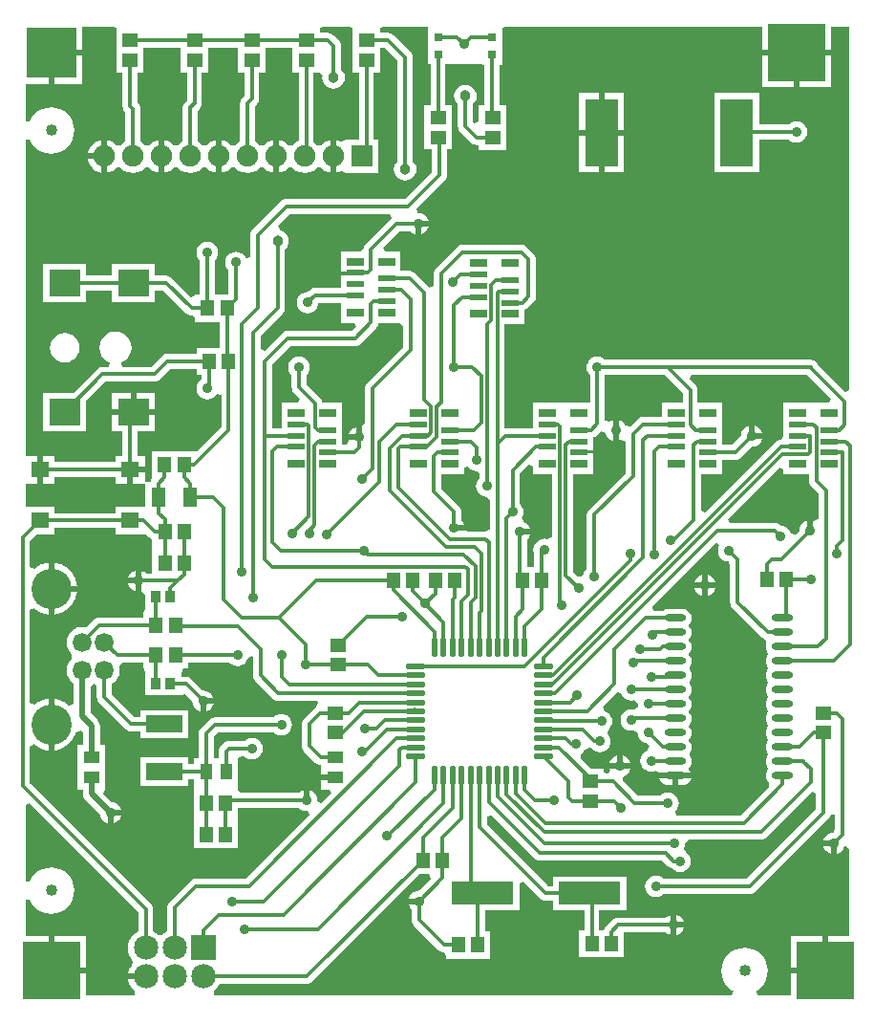
<source format=gtl>
%FSDAX24Y24*%
%MOIN*%
%SFA1B1*%

%IPPOS*%
%ADD10R,0.063000X0.055100*%
%ADD11R,0.031500X0.031500*%
%ADD12R,0.118100X0.236200*%
%ADD13R,0.059100X0.023600*%
%ADD14R,0.059100X0.031500*%
%ADD15R,0.047200X0.055100*%
%ADD16O,0.074800X0.023600*%
%ADD17O,0.068900X0.021700*%
%ADD18O,0.021700X0.068900*%
%ADD19R,0.055100X0.045300*%
%ADD20R,0.045300X0.053200*%
%ADD21R,0.110200X0.094500*%
%ADD22R,0.051200X0.066900*%
%ADD23R,0.045300X0.055100*%
%ADD24R,0.216500X0.078700*%
%ADD25R,0.055100X0.047200*%
%ADD26R,0.055900X0.044500*%
%ADD27R,0.044500X0.055900*%
%ADD28R,0.035400X0.039400*%
%ADD29R,0.126000X0.059100*%
%ADD30C,0.040000*%
%ADD31C,0.012000*%
%ADD32C,0.020000*%
%ADD33C,0.066200*%
%ADD34C,0.141000*%
%ADD35C,0.085000*%
%ADD36R,0.085000X0.085000*%
%ADD37R,0.175000X0.175000*%
%ADD38R,0.200000X0.200000*%
%ADD39C,0.075000*%
%ADD40R,0.075000X0.075000*%
%ADD41C,0.035000*%
%ADD42C,0.038000*%
%LNmotherboard-1*%
%LPD*%
G36*
X033538Y031641D02*
Y031307D01*
X032805*
Y030819*
X032156*
X032088Y030810*
X032025Y030783*
X031971Y030742*
X031708Y030479*
X031698Y030476*
X031536Y030519*
X031528Y030539*
X031467Y030617*
X031389Y030678*
X031300Y030714*
Y030350*
Y029986*
X031389Y030022*
X031538Y029947*
Y028859*
X030265Y027585*
X030223Y027531*
X030197Y027468*
X030188Y027400*
Y025521*
X030183Y025517*
X030122Y025439*
X030085Y025348*
X030084Y025342*
X030029Y025262*
X029875Y025246*
X029722Y025399*
Y028821*
X030398*
Y029254*
Y029536*
X029902*
Y029648*
X030398*
Y030103*
X030418Y030106*
X030481Y030132*
X030535Y030174*
X030675Y030314*
X030834Y030260*
X030835Y030252*
X030872Y030161*
X030933Y030083*
X031011Y030022*
X031100Y029986*
Y030350*
Y030714*
X031011Y030678*
X030972Y030647*
X030843Y030695*
X030822Y030713*
Y032269*
X030827Y032273*
X030831Y032278*
X032901*
X033538Y031641*
G37*
G36*
X037055Y028988D02*
Y028821D01*
X037938*
Y028590*
X037947Y028522*
X037973Y028459*
X038015Y028405*
X038268Y028151*
Y027281*
X038243Y027252*
X038118Y027189*
X038080Y027204*
Y026840*
X037880*
Y027204*
X037791Y027168*
X037713Y027107*
X037652Y027029*
X037615Y026938*
X037602Y026840*
X037603Y026833*
X037473Y026703*
X037315Y026748*
X037278Y026839*
X037217Y026917*
X037139Y026978*
X037048Y027015*
X036950Y027028*
X036943Y027027*
X036935Y027035*
X036881Y027077*
X036818Y027103*
X036750Y027112*
X035179*
X035122Y027251*
X036916Y029045*
X037055Y028988*
G37*
G36*
X038714Y031446D02*
X038657Y031307D01*
X038157*
X038045*
X038007*
X037055*
Y030593*
Y030142*
X036969Y030031*
X036901Y030022*
X036838Y029996*
X036783Y029954*
X034321Y027492*
X034182Y027549*
Y028821*
X034898*
Y029310*
X035372*
X035440Y029319*
X035503Y029345*
X035557Y029387*
X035943Y029773*
X035950Y029772*
X036048Y029785*
X036139Y029822*
X036217Y029883*
X036278Y029961*
X036314Y030050*
X035950*
Y030150*
X035850*
Y030514*
X035761Y030478*
X035683Y030417*
X035622Y030339*
X035585Y030248*
X035572Y030150*
X035573Y030143*
X035263Y029834*
X034898*
Y030041*
Y030593*
Y031307*
X034062*
Y031750*
X034053Y031818*
X034027Y031881*
X033985Y031935*
X033781Y032140*
X033839Y032278*
X037882*
X038714Y031446*
G37*
G36*
X023368Y037738D02*
X023365Y037735D01*
X022465Y036835*
X022423Y036781*
X022397Y036718*
X022388Y036650*
X022265Y036585*
X021602*
Y035870*
X022098*
Y035759*
X021602*
Y035516*
Y035309*
X020697*
X020629Y035300*
X020566Y035274*
X020511Y035232*
X020457Y035177*
X020450Y035178*
X020352Y035165*
X020261Y035128*
X020183Y035067*
X020122Y034989*
X020085Y034898*
X020072Y034800*
X020085Y034702*
X020122Y034611*
X020183Y034533*
X020261Y034472*
X020352Y034435*
X020450Y034422*
X020548Y034435*
X020639Y034472*
X020717Y034533*
X020778Y034611*
X020815Y034702*
X020826Y034785*
X021602*
Y034099*
X022082*
X022139Y033960*
X021991Y033812*
X019750*
X019682Y033803*
X019619Y033777*
X019565Y033735*
X018951Y033122*
X018812Y033179*
Y033641*
X019585Y034415*
X019627Y034469*
X019653Y034532*
X019662Y034600*
Y036660*
X019678Y036672*
X019741Y036753*
X019780Y036848*
X019793Y036950*
X019780Y037052*
X019741Y037147*
X019678Y037228*
X019597Y037291*
X019502Y037330*
X019467Y037334*
X019411Y037490*
X019809Y037888*
X023317*
X023368Y037738*
G37*
G36*
X023695Y034099D02*
X023788Y033987D01*
Y033259*
X022515Y031985*
X022473Y031931*
X022447Y031868*
X022438Y031800*
Y030573*
X022350Y030515*
Y030100*
X022250*
Y030000*
X021886*
X021892Y029984*
X021805Y029838*
X021799Y029834*
X021648*
Y030041*
Y030593*
Y031307*
X020967*
X020960Y031361*
X020934Y031424*
X020893Y031478*
X020412Y031959*
Y032279*
X020417Y032283*
X020478Y032361*
X020515Y032452*
X020528Y032550*
X020515Y032648*
X020478Y032739*
X020417Y032817*
X020339Y032878*
X020248Y032915*
X020150Y032928*
X020052Y032915*
X019961Y032878*
X019883Y032817*
X019822Y032739*
X019785Y032648*
X019772Y032550*
X019785Y032452*
X019822Y032361*
X019883Y032283*
X019888Y032279*
Y031850*
X019897Y031782*
X019923Y031719*
X019965Y031665*
X020183Y031446*
X020126Y031307*
X019555*
Y030593*
Y030425*
X019212*
Y032641*
X019859Y033288*
X022100*
X022168Y033297*
X022231Y033323*
X022285Y033365*
X022835Y033915*
X022877Y033969*
X022903Y034032*
X022912Y034099*
X023695*
G37*
G36*
X026083Y029033D02*
X026161Y028972D01*
X026252Y028935*
X026350Y028922*
X026448Y028836*
Y028679*
X026433Y028667*
X026372Y028589*
X026335Y028498*
X026322Y028400*
X026335Y028302*
X026372Y028211*
X026433Y028133*
X026511Y028072*
X026602Y028035*
X026700Y028022*
X026805Y027884*
Y026924*
X026789Y026897*
X026660Y026802*
X026047*
X026008Y026850*
X025550*
Y027050*
X025914*
X025878Y027139*
X025817Y027217*
X025812Y027221*
Y027500*
X025803Y027568*
X025777Y027631*
X025735Y027685*
X025112Y028309*
Y028821*
X025898*
Y029040*
X025902Y029042*
X026048Y029078*
X026083Y029033*
G37*
G36*
X038188Y017675D02*
Y017139D01*
X035761Y014712*
X032871*
X032867Y014717*
X032789Y014778*
X032698Y014815*
X032600Y014828*
X032502Y014815*
X032411Y014778*
X032333Y014717*
X032272Y014639*
X032235Y014548*
X032222Y014450*
X032235Y014352*
X032272Y014261*
X032333Y014183*
X032411Y014122*
X032502Y014085*
X032600Y014072*
X032698Y014085*
X032789Y014122*
X032867Y014183*
X032871Y014188*
X035870*
X035938Y014197*
X036001Y014223*
X036055Y014265*
X038635Y016845*
X038677Y016899*
X038703Y016962*
X038848Y016935*
Y016475*
X038820Y016328*
X038722Y016315*
X038631Y016278*
X038553Y016217*
X038492Y016139*
X038456Y016050*
X038820*
Y015950*
X038920*
Y015586*
X039009Y015622*
X039087Y015683*
X039148Y015761*
X039185Y015852*
X039200Y015857*
X039350Y015745*
Y012700*
X038600*
Y011500*
X038500*
Y011400*
X037300*
Y010650*
X036140*
X036102Y010800*
X036151Y010826*
X036273Y010927*
X036374Y011049*
X036449Y011190*
X036495Y011342*
X036511Y011500*
X036495Y011658*
X036449Y011810*
X036374Y011951*
X036273Y012073*
X036151Y012174*
X036010Y012249*
X035858Y012295*
X035700Y012311*
X035542Y012295*
X035390Y012249*
X035249Y012174*
X035127Y012073*
X035026Y011951*
X034951Y011810*
X034905Y011658*
X034889Y011500*
X034905Y011342*
X034951Y011190*
X035026Y011049*
X035127Y010927*
X035249Y010826*
X035298Y010800*
X035260Y010650*
X017223*
X017196Y010697*
X017176Y010800*
X017244Y010856*
X017322Y010951*
X017369Y011038*
X020415*
X020483Y011047*
X020546Y011073*
X020601Y011115*
X024361Y014874*
X024691*
X024754Y014724*
X024337Y014307*
X024330Y014308*
X024232Y014295*
X024141Y014258*
X024063Y014197*
X024002Y014119*
X023966Y014030*
X024330*
Y013830*
X023966*
X024002Y013741*
X024063Y013663*
X024068Y013659*
Y013270*
X024077Y013202*
X024103Y013139*
X024145Y013085*
X025015Y012215*
X025069Y012173*
X025132Y012147*
X025200Y012138*
X025264Y012015*
Y011924*
X026806*
Y012876*
X026632*
Y013606*
X027833*
Y014550*
X027971Y014608*
X028565Y014015*
X028619Y013973*
X028682Y013947*
X028750Y013938*
X029007*
Y013606*
X030103*
Y012926*
X029929*
Y011974*
X031471*
Y012838*
X032949*
X032953Y012833*
X033031Y012772*
X033120Y012736*
Y013100*
Y013464*
X033031Y013428*
X032953Y013367*
X032949Y013362*
X031280*
X031212Y013353*
X031149Y013327*
X031095Y013285*
X030849Y013040*
X030808Y012986*
X030783Y012926*
X030628*
Y013606*
X031573*
Y014794*
X029007*
Y014465*
X028857Y014463*
X026712Y016609*
Y016871*
X026851Y016928*
X028365Y015415*
X028419Y015373*
X028482Y015347*
X028550Y015338*
X032821*
X033015Y015145*
X033069Y015103*
X033132Y015077*
X033176Y015071*
X033183Y015063*
X033261Y015002*
X033352Y014965*
X033450Y014952*
X033548Y014965*
X033639Y015002*
X033717Y015063*
X033778Y015141*
X033815Y015232*
X033828Y015330*
X033815Y015428*
X033778Y015519*
X033717Y015597*
X033639Y015658*
X033578Y015761*
X033615Y015852*
X033628Y015950*
X033752Y016088*
X036280*
X036348Y016097*
X036411Y016123*
X036465Y016165*
X038038Y017737*
X038188Y017675*
G37*
G36*
X014538Y013541D02*
Y012869D01*
X014451Y012822*
X014356Y012744*
X014278Y012649*
X014220Y012540*
X014184Y012423*
X014172Y012300*
X014184Y012177*
X014220Y012060*
X014278Y011951*
X014316Y011905*
X014342Y011800*
X014316Y011695*
X014278Y011649*
X014220Y011540*
X014184Y011423*
X014182Y011400*
X014800*
Y011200*
X014182*
X014184Y011177*
X014220Y011060*
X014278Y010951*
X014356Y010856*
X014424Y010800*
X014404Y010697*
X014377Y010650*
X012700*
Y011400*
X011500*
Y011500*
X011400*
Y012700*
X010600*
Y013970*
X010750Y013992*
X010751Y013990*
X010826Y013849*
X010927Y013727*
X011049Y013626*
X011190Y013551*
X011342Y013505*
X011500Y013489*
X011658Y013505*
X011810Y013551*
X011951Y013626*
X012073Y013727*
X012174Y013849*
X012249Y013990*
X012295Y014142*
X012311Y014300*
X012295Y014458*
X012249Y014610*
X012174Y014751*
X012073Y014873*
X011951Y014974*
X011810Y015049*
X011658Y015095*
X011500Y015111*
X011342Y015095*
X011190Y015049*
X011049Y014974*
X010927Y014873*
X010826Y014751*
X010751Y014610*
X010750Y014608*
X010600Y014630*
Y017283*
X010739Y017341*
X014538Y013541*
G37*
G36*
X034823Y026340D02*
X034822Y026339D01*
X034785Y026248*
X034772Y026150*
X034785Y026052*
X034822Y025961*
X034883Y025883*
X034961Y025822*
X035052Y025785*
X035150Y025772*
X035188Y025631*
Y024350*
X035197Y024282*
X035223Y024219*
X035265Y024165*
X036315Y023115*
X036369Y023073*
X036380Y023068*
X036438Y023009*
X036458Y022892*
X036454Y022883*
X036443Y022800*
X036454Y022717*
X036486Y022640*
X036527Y022550*
X036486Y022460*
X036454Y022383*
X036443Y022300*
X036454Y022217*
X036486Y022140*
X036527Y022050*
X036486Y021960*
X036454Y021883*
X036443Y021800*
X036454Y021717*
X036486Y021640*
X036527Y021550*
X036486Y021460*
X036454Y021383*
X036443Y021300*
X036454Y021217*
X036486Y021140*
X036527Y021050*
X036486Y020960*
X036454Y020883*
X036443Y020800*
X036454Y020717*
X036486Y020640*
X036527Y020550*
X036486Y020460*
X036454Y020383*
X036443Y020300*
X036454Y020217*
X036486Y020140*
X036527Y020050*
X036486Y019960*
X036454Y019883*
X036443Y019800*
X036454Y019717*
X036486Y019640*
X036527Y019550*
X036486Y019460*
X036454Y019383*
X036443Y019300*
X036454Y019217*
X036486Y019140*
X036527Y019050*
X036486Y018960*
X036454Y018883*
X036443Y018800*
X036454Y018717*
X036486Y018640*
X036527Y018550*
X036486Y018460*
X036454Y018383*
X036443Y018300*
X036454Y018217*
X036486Y018140*
X036537Y018073*
X036544Y017895*
X035561Y016912*
X033325*
X033274Y017062*
X033287Y017073*
X033348Y017151*
X033385Y017242*
X033398Y017340*
X033385Y017438*
X033348Y017529*
X033287Y017607*
X033209Y017668*
X033118Y017705*
X033020Y017718*
X032922Y017705*
X032831Y017668*
X032753Y017607*
X032749Y017602*
X031969*
X031439Y018132*
X031442Y018192*
X031484Y018299*
X031539Y018322*
X031617Y018383*
X031678Y018461*
X031714Y018550*
X030986*
X031001Y018512*
X030938Y018387*
X030926Y018377*
X030776Y018405*
Y018536*
X030335*
X029969Y018902*
X029988Y019062*
X030001Y019082*
X030067Y019133*
X030128Y019211*
X030136Y019231*
X030172Y019255*
X030292Y019282*
X030312Y019278*
X030319Y019273*
X030367Y019253*
X030383Y019233*
X030461Y019172*
X030552Y019135*
X030650Y019122*
X030748Y019135*
X030839Y019172*
X030917Y019233*
X030978Y019311*
X031015Y019402*
X031028Y019500*
X031015Y019598*
X030978Y019689*
X030944Y019733*
X030923Y019787*
X030958Y019925*
X030967Y019933*
X031028Y020011*
X031065Y020102*
X031078Y020200*
X031065Y020298*
X031028Y020389*
X030967Y020467*
X030889Y020528*
X030798Y020565*
X030745Y020724*
X031232Y021211*
X031292Y021208*
X031399Y021166*
X031422Y021111*
X031483Y021033*
X031561Y020972*
X031652Y020935*
X031750Y020922*
X031848Y020935*
X031975Y020825*
X031972Y020800*
X031982Y020722*
X031937Y020667*
X031860Y020610*
X031848Y020615*
X031750Y020628*
X031652Y020615*
X031561Y020578*
X031483Y020517*
X031422Y020439*
X031385Y020348*
X031372Y020250*
X031385Y020152*
X031422Y020061*
X031483Y019983*
X031561Y019922*
X031652Y019885*
X031750Y019872*
X031831Y019882*
X031876Y019864*
X031975Y019775*
X031985Y019702*
X032022Y019611*
X032083Y019533*
X032161Y019472*
X032252Y019435*
X032306Y019428*
X032366Y019344*
X032351Y019278*
X032316Y019189*
X032241Y019158*
X032163Y019097*
X032102Y019019*
X032065Y018928*
X032052Y018830*
X032065Y018732*
X032102Y018641*
X032163Y018563*
X032241Y018502*
X032332Y018465*
X032430Y018452*
X032528Y018465*
X032597Y018493*
X032658Y018457*
X032706Y018400*
X033280*
X033839*
X033814Y018460*
X033763Y018527*
Y018573*
X033814Y018640*
X033846Y018717*
X033857Y018800*
X033846Y018883*
X033814Y018960*
X033773Y019050*
X033814Y019140*
X033846Y019217*
X033857Y019300*
X033846Y019383*
X033814Y019460*
X033763Y019527*
Y019573*
X033814Y019640*
X033846Y019717*
X033857Y019800*
X033846Y019883*
X033814Y019960*
X033763Y020027*
X033814Y020140*
X033846Y020217*
X033857Y020300*
X033846Y020383*
X033814Y020460*
X033763Y020527*
Y020573*
X033814Y020640*
X033846Y020717*
X033857Y020800*
X033846Y020883*
X033814Y020960*
X033763Y021027*
Y021073*
X033814Y021140*
X033846Y021217*
X033857Y021300*
X033846Y021383*
X033814Y021460*
X033773Y021550*
X033814Y021640*
X033846Y021717*
X033857Y021800*
X033846Y021883*
X033814Y021960*
X033773Y022050*
X033814Y022140*
X033846Y022217*
X033857Y022300*
X033846Y022383*
X033814Y022460*
X033763Y022527*
Y022573*
X033814Y022640*
X033846Y022717*
X033857Y022800*
X033846Y022883*
X033814Y022960*
X033763Y023027*
Y023073*
X033814Y023140*
X033846Y023217*
X033857Y023300*
X033846Y023383*
X033814Y023460*
X033763Y023527*
Y023573*
X033814Y023640*
X033846Y023717*
X033857Y023800*
X033846Y023883*
X033814Y023960*
X033763Y024027*
X033696Y024078*
X033619Y024110*
X033536Y024121*
X033024*
X032941Y024110*
X032864Y024078*
X032843Y024062*
X032529*
X032472Y024201*
X034710Y026440*
X034823Y026340*
G37*
G36*
X028305Y029088D02*
Y028821D01*
X028978*
Y026637*
X028962Y026617*
X028828Y026543*
X028798Y026555*
X028700Y026568*
X028602Y026555*
X028511Y026518*
X028433Y026457*
X028372Y026379*
X028335Y026288*
X028322Y026190*
X028335Y026092*
X028357Y026038*
Y025576*
X028112*
Y026529*
X028117Y026533*
X028178Y026611*
X028214Y026700*
X027850*
Y026900*
X028214*
X028178Y026989*
X028117Y027067*
X028039Y027128*
X027991Y027147*
X027931Y027283*
X027928Y027307*
X027931Y027319*
X027965Y027402*
X027978Y027500*
X027965Y027598*
X027928Y027689*
X027867Y027767*
X027862Y027771*
Y028841*
X028166Y029145*
X028305Y029088*
G37*
G36*
X013735Y026724D02*
X014765D01*
X014793Y026736*
X014915Y026615*
X014969Y026573*
X015029Y026548*
Y026324*
Y026176*
Y026174*
Y025362*
X014821*
X014817Y025367*
X014739Y025428*
X014650Y025464*
Y025100*
Y024711*
X014708Y024678*
X014767Y024622*
Y024153*
X014737Y024016*
X014729*
Y023812*
X013164*
X013096Y023803*
X013033Y023777*
X012978Y023735*
X012711Y023468*
X012706Y023471*
X012567Y023489*
X012428Y023471*
X012299Y023417*
X012188Y023332*
X012103Y023221*
X012049Y023092*
X012031Y022953*
X012049Y022815*
X012103Y022685*
X012188Y022574*
X012215Y022554*
Y022368*
X012188Y022348*
X012103Y022237*
X012049Y022108*
X012031Y021969*
X012049Y021830*
X012103Y021701*
X012188Y021590*
X012264Y021532*
Y020823*
X012215Y020787*
X012114Y020758*
X012005Y020847*
X011848Y020931*
X011677Y020983*
X011600Y020991*
Y020091*
Y019191*
X011677Y019199*
X011848Y019251*
X012005Y019335*
X012143Y019448*
X012256Y019586*
X012340Y019743*
X012363Y019820*
X012535Y019879*
X012597Y019832*
Y019371*
X012420*
Y018526*
Y017829*
X012597*
Y017680*
X012608Y017602*
X012638Y017529*
X012686Y017466*
X013199Y016953*
X013205Y016912*
X013242Y016821*
X013303Y016743*
X013381Y016682*
X013470Y016646*
Y017010*
X013570*
Y017110*
X013934*
X013898Y017199*
X013837Y017277*
X013759Y017338*
X013668Y017375*
X013627Y017381*
X013329Y017679*
X013380Y017829*
Y018526*
Y019371*
X013203*
Y020050*
X013192Y020128*
X013162Y020201*
X013114Y020264*
X012870Y020508*
Y021432*
X013010Y021513*
X013092Y021464*
Y021046*
X013101Y020978*
X013127Y020915*
X013169Y020860*
X014111Y019918*
X014165Y019876*
X014229Y019850*
X014296Y019841*
X014620*
Y019608*
X016280*
Y020599*
X014620*
Y020366*
X014405*
X013617Y021154*
Y021503*
X013622Y021505*
X013733Y021590*
X013818Y021701*
X013872Y021830*
X013890Y021969*
X013874Y022088*
X013886Y022125*
X013980Y022238*
X014729*
Y022034*
X014737*
X014767Y021897*
Y021103*
X016033*
X016183Y021146*
X016423Y020907*
X016422Y020900*
X016435Y020802*
X016472Y020711*
X016533Y020633*
X016611Y020572*
X016700Y020536*
Y020900*
X016800*
Y021000*
X017164*
X017128Y021089*
X017067Y021167*
X016989Y021228*
X016898Y021265*
X016800Y021278*
X016793Y021277*
X016385Y021685*
X016331Y021727*
X016268Y021753*
X016200Y021762*
X016070*
X016060Y021799*
X016040Y021894*
X016121Y022034*
X016271*
Y022238*
X017729*
X017733Y022233*
X017811Y022172*
X017902Y022135*
X018000Y022122*
X018098Y022135*
X018189Y022172*
X018267Y022233*
X018328Y022311*
X018361Y022392*
X018370Y022404*
X018525Y022467*
X018538Y022459*
Y021800*
X018547Y021732*
X018573Y021669*
X018615Y021615*
X019235Y020994*
X019289Y020953*
X019352Y020927*
X019420Y020918*
X020778*
X020801Y020887*
X020804Y020861*
X020754Y020712*
X020699Y020670*
X020315Y020285*
X020273Y020231*
X020247Y020168*
X020238Y020100*
Y019350*
X020247Y019282*
X020273Y019219*
X020315Y019165*
X020715Y018765*
X020769Y018723*
X020832Y018697*
X020900Y018688*
X020920*
Y018528*
Y018353*
X021400*
Y018153*
X020920*
Y017831*
X021214*
X021271Y017692*
X020926Y017347*
X020784Y017417*
X020788Y017450*
X020775Y017548*
X020738Y017639*
X020677Y017717*
X020599Y017778*
X020510Y017814*
Y017450*
X020310*
Y017814*
X020221Y017778*
X020143Y017717*
X020139Y017712*
X018109*
X018021Y017826*
Y017970*
Y018930*
X018147Y018988*
X018229*
X018233Y018983*
X018311Y018922*
X018402Y018885*
X018500Y018872*
X018598Y018885*
X018689Y018922*
X018767Y018983*
X018828Y019061*
X018865Y019152*
X018878Y019250*
X018865Y019348*
X018828Y019439*
X018767Y019517*
X018689Y019578*
X018598Y019615*
X018500Y019628*
X018402Y019615*
X018311Y019578*
X018233Y019517*
X018229Y019512*
X017700*
X017632Y019503*
X017569Y019477*
X017515Y019435*
X017413Y019334*
X017371Y019280*
X017345Y019216*
X017336Y019148*
Y018930*
X017164*
Y019661*
X017320Y019818*
X019259*
X019263Y019813*
X019341Y019752*
X019432Y019715*
X019530Y019702*
X019628Y019715*
X019719Y019752*
X019797Y019813*
X019858Y019891*
X019895Y019982*
X019908Y020080*
X019895Y020178*
X019858Y020269*
X019797Y020347*
X019719Y020408*
X019628Y020445*
X019530Y020458*
X019432Y020445*
X019341Y020408*
X019263Y020347*
X019259Y020342*
X017212*
X017144Y020333*
X017080Y020307*
X017026Y020265*
X016716Y019955*
X016674Y019901*
X016648Y019838*
X016639Y019770*
Y018930*
X016479*
Y018712*
X016280*
Y018945*
X014620*
Y017955*
X016280*
Y018188*
X016479*
Y017970*
Y017860*
X016470Y017710*
Y017679*
X016467Y016726*
X016464*
Y015774*
X018006*
Y016874*
X018021*
Y017188*
X020139*
X020143Y017183*
X020221Y017122*
X020312Y017085*
X020410Y017072*
X020443Y017076*
X020513Y016934*
X018291Y014712*
X016550*
X016482Y014703*
X016419Y014677*
X016365Y014635*
X015615Y013885*
X015573Y013831*
X015547Y013768*
X015538Y013700*
Y012869*
X015451Y012822*
X015356Y012744*
X015244*
X015149Y012822*
X015062Y012869*
Y013650*
X015053Y013718*
X015027Y013781*
X014985Y013835*
X010762Y018059*
Y019332*
X010912Y019403*
X010995Y019335*
X011152Y019251*
X011323Y019199*
X011400Y019191*
Y020091*
Y020991*
X011323Y020983*
X011152Y020931*
X010995Y020847*
X010912Y020779*
X010762Y020850*
Y024072*
X010912Y024143*
X010995Y024075*
X011152Y023991*
X011323Y023939*
X011400Y023932*
Y024831*
Y025731*
X011323Y025723*
X011152Y025671*
X010995Y025587*
X010912Y025520*
X010762Y025590*
Y026491*
X010996Y026724*
X011615*
Y026938*
X013735*
Y026724*
G37*
G36*
X024643Y043693D02*
Y043102D01*
X024738*
Y041676*
X024524*
Y040824*
Y040135*
X024788*
Y039359*
X023841Y038412*
X019700*
X019632Y038403*
X019569Y038377*
X019515Y038335*
X018515Y037335*
X018473Y037281*
X018447Y037218*
X018438Y037150*
Y036394*
X018288Y036365*
X018278Y036389*
X018217Y036467*
X018139Y036528*
X018048Y036565*
X017950Y036578*
X017852Y036565*
X017761Y036528*
X017683Y036467*
X017622Y036389*
X017585Y036298*
X017572Y036200*
X017585Y036102*
X017622Y036011*
X017683Y035933*
X017688Y035929*
Y035076*
X017218*
Y036283*
X017278Y036361*
X017315Y036452*
X017328Y036550*
X017315Y036648*
X017278Y036739*
X017217Y036817*
X017139Y036878*
X017048Y036915*
X016950Y036928*
X016852Y036915*
X016761Y036878*
X016683Y036817*
X016622Y036739*
X016585Y036648*
X016572Y036550*
X016585Y036452*
X016622Y036361*
X016683Y036283*
X016693Y036274*
Y035076*
X016529*
Y035054*
X016379Y034992*
X015713Y035658*
X015659Y035699*
X015596Y035725*
X015528Y035734*
X015121*
Y036145*
X013619*
Y035734*
X012720*
Y036145*
X011217*
Y034800*
X012720*
Y035210*
X013619*
Y034800*
X015121*
Y035210*
X015419*
X016215Y034415*
X016269Y034373*
X016332Y034347*
X016400Y034338*
X016529Y034284*
Y034124*
X017382*
Y033226*
X016579*
Y033012*
X015550*
X015482Y033003*
X015419Y032977*
X015365Y032935*
X014991Y032562*
X013973*
X013944Y032712*
X014020Y032744*
X014136Y032833*
X014224Y032948*
X014280Y033083*
X014299Y033228*
X014280Y033373*
X014224Y033508*
X014136Y033623*
X014020Y033712*
X013885Y033768*
X013740Y033787*
X013595Y033768*
X013461Y033712*
X013345Y033623*
X013256Y033508*
X013200Y033373*
X013181Y033228*
X013200Y033083*
X013256Y032948*
X013345Y032833*
X013461Y032744*
X013537Y032712*
X013507Y032562*
X013285*
X013217Y032553*
X013153Y032527*
X013099Y032485*
X012270Y031656*
X011217*
Y030311*
X012720*
Y031364*
X013393Y032038*
X015100*
X015168Y032047*
X015231Y032073*
X015285Y032115*
X015659Y032488*
X016579*
Y032274*
X016743*
Y032114*
X016683Y032067*
X016622Y031989*
X016585Y031898*
X016572Y031800*
X016585Y031702*
X016622Y031611*
X016683Y031533*
X016761Y031472*
X016852Y031435*
X016950Y031422*
X017048Y031435*
X017139Y031472*
X017217Y031533*
X017278Y031611*
X017282Y031622*
X017432Y031592*
Y030473*
X016681Y029722*
X016571Y029626*
X015029*
Y028674*
X014996Y028567*
X014991Y028535*
X014793*
X014765Y028673*
Y028872*
X014350*
Y028496*
X014659*
X014765*
X014793Y028358*
Y027814*
X014765Y027676*
X013735*
Y027462*
X011615*
Y027676*
X010600*
Y028496*
X011000*
Y028972*
Y029447*
X010600*
Y040470*
X010750Y040492*
X010751Y040490*
X010826Y040349*
X010927Y040227*
X011049Y040126*
X011190Y040051*
X011342Y040005*
X011500Y039989*
X011658Y040005*
X011810Y040051*
X011951Y040126*
X012073Y040227*
X012174Y040349*
X012249Y040490*
X012295Y040642*
X012311Y040800*
X012295Y040958*
X012249Y041110*
X012174Y041251*
X012073Y041373*
X011951Y041474*
X011810Y041549*
X011658Y041595*
X011500Y041611*
X011342Y041595*
X011190Y041549*
X011049Y041474*
X010927Y041373*
X010826Y041251*
X010751Y041110*
X010750Y041108*
X010600Y041130*
Y042425*
X011400*
Y043500*
X011500*
Y043600*
X012575*
Y044400*
X013636*
X013774Y044371*
Y044250*
Y043518*
Y042829*
X013988*
Y041650*
X013997Y041582*
X014023Y041519*
X014065Y041465*
X014088Y041441*
Y040414*
X014060Y040402*
X013940Y040310*
X013925Y040291*
X013775*
X013760Y040310*
X013640Y040402*
X013500Y040460*
X013450Y040467*
Y039900*
Y039333*
X013500Y039340*
X013640Y039398*
X013760Y039490*
X013775Y039509*
X013925*
X013940Y039490*
X014060Y039398*
X014200Y039340*
X014350Y039320*
X014500Y039340*
X014640Y039398*
X014760Y039490*
X014775Y039509*
X014925*
X014940Y039490*
X015060Y039398*
X015200Y039340*
X015250Y039333*
Y039900*
Y040467*
X015200Y040460*
X015060Y040402*
X014940Y040310*
X014925Y040291*
X014775*
X014760Y040310*
X014640Y040402*
X014612Y040414*
Y041550*
X014603Y041618*
X014577Y041681*
X014535Y041735*
X014512Y041759*
Y042829*
X014726*
Y043518*
Y043682*
X016024*
Y043518*
Y042829*
X016238*
Y041859*
X016165Y041785*
X016123Y041731*
X016097Y041668*
X016088Y041600*
Y040414*
X016060Y040402*
X015940Y040310*
X015925Y040291*
X015775*
X015760Y040310*
X015640Y040402*
X015500Y040460*
X015450Y040467*
Y039900*
Y039333*
X015500Y039340*
X015640Y039398*
X015760Y039490*
X015775Y039509*
X015925*
X015940Y039490*
X016060Y039398*
X016200Y039340*
X016350Y039320*
X016500Y039340*
X016640Y039398*
X016760Y039490*
X016775Y039509*
X016925*
X016940Y039490*
X017060Y039398*
X017200Y039340*
X017250Y039333*
Y039900*
Y040467*
X017200Y040460*
X017060Y040402*
X016940Y040310*
X016925Y040291*
X016775*
X016760Y040310*
X016640Y040402*
X016612Y040414*
Y041491*
X016685Y041565*
X016727Y041619*
X016753Y041682*
X016762Y041750*
Y042829*
X016976*
Y043518*
Y043682*
X018024*
Y043518*
Y042829*
X018238*
Y042009*
X018165Y041935*
X018123Y041881*
X018097Y041818*
X018088Y041750*
Y040414*
X018060Y040402*
X017940Y040310*
X017925Y040291*
X017775*
X017760Y040310*
X017640Y040402*
X017500Y040460*
X017450Y040467*
Y039900*
Y039333*
X017500Y039340*
X017640Y039398*
X017760Y039490*
X017775Y039509*
X017925*
X017940Y039490*
X018060Y039398*
X018200Y039340*
X018350Y039320*
X018500Y039340*
X018640Y039398*
X018760Y039490*
X018775Y039509*
X018925*
X018940Y039490*
X019060Y039398*
X019200Y039340*
X019250Y039333*
Y039900*
Y040467*
X019200Y040460*
X019060Y040402*
X018940Y040310*
X018925Y040291*
X018775*
X018760Y040310*
X018640Y040402*
X018612Y040414*
Y041641*
X018685Y041715*
X018727Y041769*
X018753Y041832*
X018762Y041900*
Y042829*
X018976*
Y043518*
Y043682*
X019924*
Y043518*
Y042829*
X020138*
Y040434*
X020060Y040402*
X019940Y040310*
X019925Y040291*
X019775*
X019760Y040310*
X019640Y040402*
X019500Y040460*
X019450Y040467*
Y039900*
Y039333*
X019500Y039340*
X019640Y039398*
X019760Y039490*
X019775Y039509*
X019925*
X019940Y039490*
X020060Y039398*
X020200Y039340*
X020350Y039320*
X020500Y039340*
X020640Y039398*
X020760Y039490*
X020775Y039509*
X020925*
X020940Y039490*
X021060Y039398*
X021200Y039340*
X021250Y039333*
Y039900*
Y040467*
X021200Y040460*
X021060Y040402*
X020940Y040310*
X020925Y040291*
X020775*
X020760Y040310*
X020662Y040385*
Y042829*
X020840*
X020875Y042808*
X020965Y042716*
X020957Y042650*
X020970Y042548*
X021009Y042453*
X021072Y042372*
X021153Y042309*
X021248Y042270*
X021350Y042257*
X021452Y042270*
X021547Y042309*
X021628Y042372*
X021691Y042453*
X021730Y042548*
X021743Y042650*
X021730Y042752*
X021691Y042847*
X021628Y042928*
X021612Y042940*
Y043750*
X021603Y043818*
X021577Y043881*
X021535Y043935*
X021341Y044130*
X021287Y044172*
X021223Y044198*
X021156Y044207*
X020876*
Y044371*
X021014Y044400*
X021886*
X022024Y044371*
Y044250*
Y043518*
Y042829*
X022238*
Y040475*
X021775*
X021649Y040417*
X021625Y040408*
X021500Y040460*
X021450Y040467*
Y039900*
Y039333*
X021500Y039340*
X021625Y039392*
X021648Y039383*
X021775Y039325*
X022925*
Y040475*
X022762*
Y042829*
X022976*
Y043518*
Y043682*
X023147*
X023588Y043241*
Y039740*
X023572Y039728*
X023509Y039647*
X023470Y039552*
X023457Y039450*
X023470Y039348*
X023509Y039253*
X023572Y039172*
X023653Y039109*
X023748Y039070*
X023850Y039057*
X023952Y039070*
X024047Y039109*
X024128Y039172*
X024191Y039253*
X024230Y039348*
X024243Y039450*
X024230Y039552*
X024191Y039647*
X024128Y039728*
X024112Y039740*
Y043350*
X024103Y043418*
X024077Y043481*
X024035Y043535*
X023441Y044130*
X023387Y044172*
X023323Y044198*
X023256Y044207*
X022976*
Y044371*
X023114Y044400*
X024643*
Y043693*
G37*
G36*
X039350Y031748D02*
X039211Y031691D01*
X038241Y032661*
X038237Y032672*
X038195Y032726*
X038141Y032768*
X038077Y032794*
X038009Y032803*
X033009*
X030831*
X030827Y032808*
X030749Y032868*
X030657Y032906*
X030559Y032919*
X030462Y032906*
X030370Y032868*
X030292Y032808*
X030232Y032730*
X030194Y032638*
X030181Y032541*
X030194Y032443*
X030232Y032351*
X030292Y032273*
X030297Y032269*
Y031307*
X029407*
X029295*
X029257*
X028305*
Y030593*
Y030425*
X027350*
X027329Y030443*
Y034043*
X027998*
Y034539*
X028012Y034540*
X028075Y034567*
X028129Y034608*
X028335Y034815*
X028377Y034869*
X028403Y034932*
X028412Y035000*
Y036300*
X028403Y036368*
X028377Y036431*
X028335Y036485*
X028085Y036735*
X028031Y036777*
X027968Y036803*
X027900Y036812*
X025850*
X025782Y036803*
X025719Y036777*
X025665Y036735*
X024915Y035985*
X024873Y035931*
X024847Y035868*
X024838Y035800*
Y035383*
X024688Y035332*
X024685Y035335*
X024198Y035823*
X024144Y035865*
X024080Y035891*
X024013Y035900*
X023695*
Y036585*
X023152*
X023095Y036724*
X023659Y037288*
X024029*
X024033Y037283*
X024111Y037222*
X024200Y037186*
Y037550*
X024300*
Y037650*
X024664*
X024628Y037739*
X024567Y037817*
X024489Y037878*
X024398Y037915*
X024310Y037927*
X024289Y037957*
X024243Y038072*
X025235Y039065*
X025277Y039119*
X025303Y039182*
X025312Y039250*
Y040135*
X025476*
Y040824*
Y041676*
X025262*
Y043102*
X025357*
Y043130*
X026533*
Y043092*
X026628*
Y041671*
X026424*
Y041133*
X026274Y041060*
X026212Y041107*
Y041710*
X026228Y041722*
X026291Y041803*
X026330Y041898*
X026343Y042000*
X026330Y042102*
X026291Y042197*
X026228Y042278*
X026147Y042341*
X026052Y042380*
X025950Y042393*
X025848Y042380*
X025753Y042341*
X025672Y042278*
X025609Y042197*
X025570Y042102*
X025557Y042000*
X025570Y041898*
X025609Y041803*
X025672Y041722*
X025688Y041710*
Y040950*
X025697Y040882*
X025723Y040819*
X025765Y040765*
X026159Y040370*
X026213Y040328*
X026277Y040302*
X026344Y040293*
X026424*
Y040129*
X027376*
Y040818*
Y041671*
X027152*
Y043092*
X027247*
Y043683*
Y044397*
X027396Y044400*
X036300*
Y043600*
X038700*
Y044400*
X039350*
Y031748*
G37*
%LNmotherboard-2*%
%LPC*%
G36*
X036050Y030514D02*
Y030250D01*
X036314*
X036278Y030339*
X036217Y030417*
X036139Y030478*
X036050Y030514*
G37*
G36*
X022150Y030464D02*
X022061Y030428D01*
X021983Y030367*
X021922Y030289*
X021886Y030200*
X022150*
Y030464*
G37*
G36*
X033584Y013000D02*
X033320D01*
Y012736*
X033409Y012772*
X033487Y012833*
X033548Y012911*
X033584Y013000*
G37*
G36*
X033320Y013464D02*
Y013200D01*
X033584*
X033548Y013289*
X033487Y013367*
X033409Y013428*
X033320Y013464*
G37*
G36*
X038400Y012700D02*
X037300D01*
Y011600*
X038400*
Y012700*
G37*
G36*
X038720Y015850D02*
X038456D01*
X038492Y015761*
X038553Y015683*
X038631Y015622*
X038720Y015586*
Y015850*
G37*
G36*
X012700Y012700D02*
X011600D01*
Y011600*
X012700*
Y012700*
G37*
G36*
X031250Y019014D02*
X031161Y018978D01*
X031083Y018917*
X031022Y018839*
X030986Y018750*
X031250*
Y019014*
G37*
G36*
X031450D02*
Y018750D01*
X031714*
X031678Y018839*
X031617Y018917*
X031539Y018978*
X031450Y019014*
G37*
G36*
X034210Y024840D02*
X033946D01*
X033982Y024751*
X034043Y024673*
X034121Y024612*
X034210Y024576*
Y024840*
G37*
G36*
X034674D02*
X034410D01*
Y024576*
X034499Y024612*
X034577Y024673*
X034638Y024751*
X034674Y024840*
G37*
G36*
X033839Y018200D02*
X033380D01*
Y017979*
X033536*
X033619Y017990*
X033696Y018022*
X033763Y018073*
X033814Y018140*
X033839Y018200*
G37*
G36*
X033180D02*
X032721D01*
X032746Y018140*
X032797Y018073*
X032864Y018022*
X032941Y017990*
X033024Y017979*
X033180*
Y018200*
G37*
G36*
X034210Y025304D02*
X034121Y025268D01*
X034043Y025207*
X033982Y025129*
X033946Y025040*
X034210*
Y025304*
G37*
G36*
X034410D02*
Y025040D01*
X034674*
X034638Y025129*
X034577Y025207*
X034499Y025268*
X034410Y025304*
G37*
G36*
X017164Y020800D02*
X016900D01*
Y020536*
X016989Y020572*
X017067Y020633*
X017128Y020711*
X017164Y020800*
G37*
G36*
X014450Y025000D02*
X014186D01*
X014222Y024911*
X014283Y024833*
X014361Y024772*
X014450Y024736*
Y025000*
G37*
G36*
X012400Y024731D02*
X011600D01*
Y023932*
X011677Y023939*
X011848Y023991*
X012005Y024075*
X012143Y024188*
X012256Y024326*
X012340Y024483*
X012392Y024654*
X012400Y024731*
G37*
G36*
X013934Y016910D02*
X013670D01*
Y016646*
X013759Y016682*
X013837Y016743*
X013898Y016821*
X013934Y016910*
G37*
G36*
X011600Y025731D02*
Y024931D01*
X012400*
X012392Y025009*
X012340Y025179*
X012256Y025336*
X012143Y025474*
X012005Y025587*
X011848Y025671*
X011677Y025723*
X011600Y025731*
G37*
G36*
X014450Y025464D02*
X014361Y025428D01*
X014283Y025367*
X014222Y025289*
X014186Y025200*
X014450*
Y025464*
G37*
G36*
X012575Y043400D02*
X011600D01*
Y042425*
X012575*
Y043400*
G37*
G36*
X014270Y031656D02*
X013619D01*
Y031084*
X014270*
Y031656*
G37*
G36*
X015121D02*
X014470D01*
Y031084*
X015121*
Y031656*
G37*
G36*
X013250Y040467D02*
X013200Y040460D01*
X013060Y040402*
X012940Y040310*
X012848Y040190*
X012790Y040050*
X012783Y040000*
X013250*
Y040467*
G37*
G36*
Y039800D02*
X012783D01*
X012790Y039750*
X012848Y039610*
X012940Y039490*
X013060Y039398*
X013200Y039340*
X013250Y039333*
Y039800*
G37*
G36*
X011968Y033747D02*
X011834Y033730D01*
X011709Y033678*
X011601Y033595*
X011519Y033488*
X011467Y033362*
X011449Y033228*
X011467Y033094*
X011519Y032968*
X011601Y032861*
X011709Y032778*
X011834Y032726*
X011968Y032709*
X012103Y032726*
X012228Y032778*
X012336Y032861*
X012418Y032968*
X012470Y033094*
X012488Y033228*
X012470Y033362*
X012418Y033488*
X012336Y033595*
X012228Y033678*
X012103Y033730*
X011968Y033747*
G37*
G36*
X015121Y030884D02*
X013619D01*
Y030311*
X013988*
Y029447*
X013735*
Y029234*
X011615*
Y029447*
X011200*
Y028972*
Y028496*
X011615*
Y028709*
X013735*
Y028496*
X014150*
Y028972*
X014250*
Y029072*
X014765*
Y029447*
X014512*
Y030311*
X015121*
Y030884*
G37*
G36*
X038700Y043400D02*
X037600D01*
Y042300*
X038700*
Y043400*
G37*
G36*
X031488Y040630D02*
X030798D01*
Y039349*
X031488*
Y040630*
G37*
G36*
X024664Y037450D02*
X024400D01*
Y037186*
X024489Y037222*
X024567Y037283*
X024628Y037361*
X024664Y037450*
G37*
G36*
X030598Y040630D02*
X029907D01*
Y039349*
X030598*
Y040630*
G37*
G36*
X037400Y043400D02*
X036300D01*
Y042300*
X037400*
Y043400*
G37*
G36*
X031488Y042111D02*
X030798D01*
Y040830*
X031488*
Y042111*
G37*
G36*
X030598D02*
X029907D01*
Y040830*
X030598*
Y042111*
G37*
G36*
X036213D02*
X034632D01*
Y039349*
X036213*
Y040488*
X037229*
X037233Y040483*
X037311Y040422*
X037402Y040385*
X037500Y040372*
X037598Y040385*
X037689Y040422*
X037767Y040483*
X037828Y040561*
X037865Y040652*
X037878Y040750*
X037865Y040848*
X037828Y040939*
X037767Y041017*
X037689Y041078*
X037598Y041115*
X037500Y041128*
X037402Y041115*
X037311Y041078*
X037233Y041017*
X037229Y041012*
X036213*
Y042111*
G37*
%LNmotherboard-3*%
%LPD*%
G54D10*
X011100Y028972D03*
X014250D03*
Y027200D03*
X011100D03*
G54D11*
X026890Y044040D03*
Y043449D03*
X025000Y044050D03*
Y043459D03*
G54D12*
X035422Y040730D03*
X030698D03*
G54D13*
X029902Y029572D03*
X028800Y029769D03*
X029902Y029966D03*
X028800Y030163D03*
X029902Y030359D03*
X028800Y030556D03*
X038652Y029572D03*
X037550Y029769D03*
X038652Y029966D03*
X037550Y030163D03*
X038652Y030359D03*
X037550Y030556D03*
X033300D03*
X034402Y030359D03*
X033300Y030163D03*
X034402Y029966D03*
X033300Y029769D03*
X034402Y029572D03*
X024300Y030556D03*
X025402Y030359D03*
X024300Y030163D03*
X025402Y029966D03*
X024300Y029769D03*
X025402Y029572D03*
X021152D03*
X020050Y029769D03*
X021152Y029966D03*
X020050Y030163D03*
X021152Y030359D03*
X020050Y030556D03*
X026400Y035778D03*
X027502Y035581D03*
X026400Y035384D03*
X027502Y035187D03*
X026400Y034991D03*
X027502Y034794D03*
X023200Y034850D03*
X022098Y035047D03*
X023200Y035244D03*
X022098Y035441D03*
X023200Y035637D03*
X022098Y035834D03*
G54D14*
X028800Y029178D03*
X029902D03*
Y030950D03*
X028800D03*
X037550Y029178D03*
X038652D03*
Y030950D03*
X037550D03*
X033300D03*
X034402D03*
Y029178D03*
X033300D03*
X024300Y030950D03*
X025402D03*
Y029178D03*
X024300D03*
X020050D03*
X021152D03*
Y030950D03*
X020050D03*
X027502Y036172D03*
X026400D03*
Y034400D03*
X027502D03*
X023200Y034456D03*
X022098D03*
Y036228D03*
X023200D03*
G54D15*
X028619Y025100D03*
X027950D03*
X016135Y026800D03*
X015465D03*
X016135Y025700D03*
X015465D03*
X025700Y012400D03*
X026369D03*
X031035Y012450D03*
X030365D03*
X036465Y025150D03*
X037135D03*
X024465Y015350D03*
X025135D03*
X017569Y016250D03*
X016900D03*
X016915Y017350D03*
X017585D03*
X024900Y025100D03*
X025569D03*
X023431D03*
X024100D03*
G54D16*
X037020Y018300D03*
Y018800D03*
X033280D03*
Y018300D03*
Y023800D03*
Y023300D03*
Y022800D03*
Y022300D03*
Y021800D03*
Y021300D03*
Y020800D03*
Y020300D03*
Y019800D03*
Y019300D03*
X037020Y023800D03*
Y023300D03*
Y022800D03*
Y022300D03*
Y021800D03*
Y021300D03*
Y020800D03*
Y020300D03*
Y019800D03*
Y019300D03*
G54D17*
X024226Y022125D03*
Y021810D03*
Y021495D03*
Y021180D03*
Y020865D03*
Y020550D03*
Y020235D03*
Y019920D03*
Y019605D03*
Y019290D03*
Y018975D03*
X028674D03*
Y019290D03*
Y019605D03*
Y019920D03*
Y020235D03*
Y020550D03*
Y020865D03*
Y021180D03*
Y021495D03*
Y021810D03*
Y022125D03*
G54D18*
X024875Y018326D03*
X025190D03*
X025505D03*
X025820D03*
X026135D03*
X026450D03*
X026765D03*
X027080D03*
X027395D03*
X027710D03*
X028025D03*
Y022774D03*
X027710D03*
X027395D03*
X027080D03*
X026765D03*
X026450D03*
X026135D03*
X025820D03*
X025505D03*
X025190D03*
X024875D03*
G54D19*
X026900Y040556D03*
Y041244D03*
X025000Y040561D03*
Y041250D03*
X022500Y043944D03*
Y043256D03*
X016500D03*
Y043944D03*
X018500Y043256D03*
Y043944D03*
X014250Y043256D03*
Y043944D03*
X038450Y020494D03*
Y019806D03*
X020400Y043256D03*
Y043944D03*
G54D20*
X015844Y022500D03*
Y023550D03*
X015156Y022500D03*
Y023550D03*
G54D21*
X011968Y035472D03*
X014370D03*
X011968Y030984D03*
X014370D03*
G54D22*
X016351Y028000D03*
X015249D03*
G54D23*
X016144Y029150D03*
X015456D03*
X016956Y034600D03*
X017644D03*
X017006Y032750D03*
X017694D03*
G54D24*
X026550Y014200D03*
X030290D03*
G54D25*
X021400Y019815D03*
Y020485D03*
X030300Y018100D03*
Y017431D03*
X021500Y022850D03*
Y022181D03*
G54D26*
X021400Y018950D03*
Y018253D03*
X012900Y018252D03*
Y018948D03*
G54D27*
X017598Y018450D03*
X016902D03*
G54D28*
X015144Y024550D03*
X015656D03*
Y021500D03*
X015144D03*
G54D29*
X015450Y018450D03*
Y020104D03*
G54D30*
X035700Y011500D03*
X011500Y014300D03*
Y040800D03*
G54D31*
X015156Y024461D02*
X015244Y024550D01*
X015156Y021589D02*
X015244Y021500D01*
X018963Y030163D02*
X020050D01*
X018950Y025850D02*
Y030150D01*
Y032750*
Y030150D02*
X018963Y030163D01*
X038450Y020494D02*
X038906D01*
X039110Y016240D02*
Y020290D01*
X038906Y020494D02*
X039110Y020290D01*
X038820Y015950D02*
X039110Y016240D01*
X031280Y013100D02*
X033220D01*
X031035Y012855D02*
X031280Y013100D01*
X031035Y012450D02*
Y012855D01*
X025200Y012400D02*
X025700D01*
X024330Y013270D02*
X025200Y012400D01*
X024330Y013270D02*
Y013930D01*
X017585Y017350D02*
X017685Y017450D01*
X017569Y017335D02*
X017585Y017350D01*
X017685Y017450D02*
X020410D01*
X016200Y021500D02*
X016800Y020900D01*
X015656Y021500D02*
X016200D01*
X015456Y028706D02*
Y029150D01*
X036995Y025855D02*
X037980Y026840D01*
X029000Y021500D02*
X037000Y029500D01*
X037600Y019300D02*
X038106Y019806D01*
X038450*
X038530Y023080D02*
Y028260D01*
X038250Y022800D02*
X038530Y023080D01*
X016550Y014450D02*
X018400D01*
X015800Y013700D02*
X016550Y014450D01*
X015800Y012300D02*
Y013700D01*
X015450Y018450D02*
X016902D01*
X013354Y021046D02*
X014296Y020104D01*
X015450*
X013354Y021046D02*
Y021969D01*
X015156Y023550D02*
Y024461D01*
Y021589D02*
Y022500D01*
X011500Y024831D02*
X011769Y025100D01*
X039106Y026506D02*
Y029550D01*
X039128Y029572*
X038900Y026300D02*
X039106Y026506D01*
X038900Y026050D02*
Y026300D01*
X033920Y027220D02*
Y029846D01*
X033200Y026500D02*
X033920Y027220D01*
X033100Y026500D02*
X033200D01*
X024850Y028200D02*
X025550Y027500D01*
Y026950D02*
Y027500D01*
X026350Y029300D02*
Y029750D01*
X026134Y029966D02*
X026350Y029750D01*
X020450Y034800D02*
X020697Y035047D01*
X022098*
X028619Y024119D02*
Y025100D01*
X028025Y023525D02*
X028619Y024119D01*
X028025Y022774D02*
Y023525D01*
X027950Y024100D02*
Y025100D01*
X027710Y023860D02*
X027950Y024100D01*
X027710Y022774D02*
Y023860D01*
X027850Y025200D02*
Y026800D01*
Y025200D02*
X027950Y025100D01*
X039384Y022884D02*
Y029800D01*
X038652Y029966D02*
X039218D01*
X039384Y029800*
X038800Y022300D02*
X039384Y022884D01*
X038652Y029572D02*
X039128D01*
X037550Y030556D02*
X038084D01*
X038652Y030359D02*
X039000D01*
X025500Y035500D02*
X025778Y035778D01*
X026400*
X023550Y037550D02*
X024300D01*
X022650Y036650D02*
X023550Y037550D01*
X035372Y029572D02*
X035950Y030150D01*
X024850Y028200D02*
Y029450D01*
X024972Y029572*
X025402*
X022250Y029750D02*
Y030100D01*
X022072Y029572D02*
X022250Y029750D01*
X021152Y029572D02*
X022072D01*
X022700Y031800D02*
X024050Y033150D01*
X022700Y029000D02*
Y031800D01*
X022350Y028650D02*
X022700Y029000D01*
X018150Y023800D02*
X019450D01*
X017500Y024450D02*
X018150Y023800D01*
X030300Y018100D02*
X031100D01*
X037135Y025150D02*
X038000D01*
X038009Y032522D02*
Y032541D01*
Y032522D02*
X039191Y031341D01*
Y030550D02*
Y031341D01*
X039000Y030359D02*
X039191Y030550D01*
X033009Y032541D02*
X038009D01*
X030559D02*
X033009D01*
X033800Y031750*
Y030550D02*
Y031750D01*
Y030550D02*
X033991Y030359D01*
X034402*
X030350D02*
X030559Y030569D01*
Y032541*
X025550Y032559D02*
X026191D01*
X026500Y032250*
Y030600D02*
Y032250D01*
X026259Y030359D02*
X026500Y030600D01*
X024050Y033150D02*
Y034900D01*
X023706Y035244D02*
X024050Y034900D01*
X024013Y035637D02*
X024500Y035150D01*
X023200Y035244D02*
X023706D01*
X022100Y033550D02*
X022650Y034100D01*
X019750Y033550D02*
X022100D01*
X022750Y034850D02*
X023200D01*
X018950Y032750D02*
X019750Y033550D01*
X025100Y035800D02*
X025850Y036550D01*
X025550Y034700D02*
X025841Y034991D01*
X025550Y032559D02*
Y034700D01*
X025841Y034991D02*
X026400D01*
X028150Y035000D02*
Y036300D01*
X027900Y036550D02*
X028150Y036300D01*
X025850Y036550D02*
X027900D01*
X027502Y034794D02*
X027944D01*
X028150Y035000*
X027600Y028950D02*
X028419Y029769D01*
X027600Y027500D02*
Y028950D01*
X027395Y027295D02*
X027600Y027500D01*
X027395Y022774D02*
Y027295D01*
X023550Y030556D02*
X024300D01*
X020150Y031850D02*
Y032550D01*
X018150Y034050D02*
X018700Y034600D01*
Y037150*
X017950Y034906D02*
Y036200D01*
X017644Y034600D02*
X017950Y034906D01*
X031800Y030200D02*
X032156Y030556D01*
X031800Y028750D02*
Y030200D01*
X030450Y027400D02*
X031800Y028750D01*
X030450Y025250D02*
Y027400D01*
X032156Y030556D02*
X033300D01*
X031150Y022700D02*
X032250Y023800D01*
X031150Y021500D02*
Y022700D01*
X032250Y023800D02*
X033280D01*
X022950Y029956D02*
X023550Y030556D01*
X022950Y028550D02*
Y029956D01*
X021100Y026700D02*
X022950Y028550D01*
X020500Y026750D02*
Y026850D01*
X019369Y029769D02*
X020050D01*
X018150Y025400D02*
Y034050D01*
X028680Y021500D02*
X029000D01*
X028674Y021180D02*
X029080D01*
X035150Y026150D02*
X035450Y025850D01*
X032475Y023225D02*
X032550Y023300D01*
X032750Y022700D02*
X032850Y022800D01*
X032050Y022700D02*
X032750D01*
X032450Y021750D02*
X033230D01*
X033280Y021800*
X032850Y022800D02*
X033280D01*
X032550Y023300D02*
X033280D01*
X031750Y021300D02*
X033280D01*
X031750Y020250D02*
X031800Y020300D01*
X033280*
X032350Y020800D02*
X033280D01*
X030450Y019500D02*
X030650D01*
X030030Y019920D02*
X030450Y019500D01*
X028674Y019920D02*
X030030D01*
X030200Y020550D02*
X031150Y021500D01*
X028674Y020550D02*
X030200D01*
X029615Y020865D02*
X029850Y021100D01*
X028709Y020200D02*
X030700D01*
X016950Y031800D02*
X017006Y031856D01*
Y032750*
X028674Y020865D02*
X029615D01*
X028674Y020235D02*
X028709Y020200D01*
X029669Y017431D02*
X030300D01*
X029550Y017550D02*
X029669Y017431D01*
X029550Y017550D02*
Y018100D01*
X028674Y018975D02*
X029550Y018100D01*
X029650Y019400D02*
X029800D01*
X029445Y019605D02*
X029650Y019400D01*
X028674Y019290D02*
X029210D01*
X030300Y018100D02*
Y018200D01*
X029210Y019290D02*
X030300Y018200D01*
X028674Y019605D02*
X029445D01*
X028025Y017800D02*
Y018326D01*
Y017800D02*
X028375Y017450D01*
X029050*
X024875Y017825D02*
Y018326D01*
X023250Y016200D02*
X024875Y017825D01*
X023200Y016200D02*
X023250D01*
X019200Y029600D02*
X019369Y029769D01*
X016144Y028706D02*
Y029150D01*
Y028706D02*
X016351Y028499D01*
X035450Y024350D02*
Y025850D01*
Y024350D02*
X036500Y023300D01*
X037020*
X033920Y029846D02*
X034040Y029966D01*
X034402*
X037135Y023915D02*
Y025150D01*
X031700Y025800D02*
Y026050D01*
X028025Y022125D02*
X031700Y025800D01*
X024226Y022125D02*
X028025D01*
X036969Y029769D02*
X037550D01*
X029010Y021810D02*
X036969Y029769D01*
X028674Y021810D02*
X029010D01*
X028674Y021495D02*
X028680Y021500D01*
X028674Y021495D02*
X028876D01*
X032150Y030000D02*
X032313Y030163D01*
X032150Y025900D02*
Y030000D01*
X028674Y022424D02*
X032150Y025900D01*
X032550Y029600D02*
X032719Y029769D01*
X032550Y026000D02*
Y029600D01*
X032719Y029769D02*
X033300D01*
X032313Y030163D02*
X033300D01*
X028674Y022125D02*
Y022424D01*
X023300Y029713D02*
X023750Y030163D01*
X023300Y028250D02*
Y029713D01*
X023600Y029700D02*
X023669Y029769D01*
X023600Y028350D02*
Y029700D01*
X025820Y022774D02*
Y024370D01*
X032420Y018830D02*
X032430D01*
Y018820D02*
Y018830D01*
Y018820D02*
X032450Y018800D01*
X032400Y018850D02*
X032420Y018830D01*
X032450Y018800D02*
X033280D01*
X032350D02*
X032400Y018850D01*
X032350Y019800D02*
X032850Y019300D01*
X033280*
X028700Y015950D02*
X033250D01*
X027080Y017570D02*
X028700Y015950D01*
X026765Y017385D02*
X028550Y015600D01*
X019450Y023800D02*
X020750Y025100D01*
X023431*
X016800Y011300D02*
X020415D01*
X024465Y015350*
X027395Y017655D02*
X028700Y016350D01*
X027710Y017690D02*
X028750Y016650D01*
X026765Y017385D02*
Y018326D01*
X027080Y017570D02*
Y018326D01*
X027395Y017655D02*
Y018326D01*
X027710Y017690D02*
Y018326D01*
X026450Y016500D02*
Y018326D01*
X023740Y019290D02*
X024226D01*
X023135Y020235D02*
X024226D01*
X025190Y017340D02*
Y018326D01*
X025505Y017193D02*
Y018326D01*
X023220Y019920D02*
X024226D01*
Y018076D02*
Y018975D01*
X025820Y016820D02*
Y018326D01*
X026135Y014615D02*
Y018326D01*
X023555Y019605D02*
X024226D01*
X026450Y016500D02*
X028750Y014200D01*
X026135Y014615D02*
X026550Y014200D01*
X020800Y012950D02*
X025190Y017340D01*
X028750Y014200D02*
X030290D01*
X018900Y013900D02*
X023650Y018650D01*
X017800Y013900D02*
X018900D01*
X023650Y018650D02*
Y019200D01*
X023740Y019290*
X019600Y013450D02*
X024226Y018076D01*
X017350Y013450D02*
X019600D01*
X025135Y016135D02*
X025820Y016820D01*
X025135Y015350D02*
Y016135D01*
X018250Y012950D02*
X020800D01*
X024465Y016153D02*
X025505Y017193D01*
X024465Y015350D02*
Y016153D01*
X016800Y012900D02*
X017350Y013450D01*
X016800Y012300D02*
Y012900D01*
X014800Y012300D02*
Y013650D01*
X010500Y017950D02*
X014800Y013650D01*
X010500Y017950D02*
Y026600D01*
X018400Y014450D02*
X023555Y019605D01*
X022850Y019950D02*
X023135Y020235D01*
X022450Y019950D02*
X022850D01*
X022350Y019150D02*
X022450D01*
X023220Y019920*
X016135Y025700D02*
Y026800D01*
X017700Y019250D02*
X018500D01*
X017598Y019148D02*
X017700Y019250D01*
X017598Y018450D02*
Y019148D01*
X015800Y011300D02*
Y011572D01*
X010500Y026600D02*
X011100Y027200D01*
X016351Y028000D02*
Y028499D01*
X017644Y032800D02*
X017694Y032750D01*
X017644Y032800D02*
Y034600D01*
X026369Y012400D02*
Y014019D01*
X019550Y021750D02*
Y022500D01*
X018000Y023500D02*
X018800Y022700D01*
Y021800D02*
Y022700D01*
X015894Y023500D02*
X018000D01*
X015844Y023550D02*
X015894Y023500D01*
X015844Y022500D02*
X018000D01*
X026369Y014019D02*
X026550Y014200D01*
X030290D02*
X030365Y014125D01*
Y012450D02*
Y014125D01*
X025505Y025036D02*
X025569Y025100D01*
X014250Y030864D02*
X014370Y030984D01*
X014250Y028972D02*
Y030864D01*
X013354Y022953D02*
X013808Y022500D01*
X015156*
X013164Y023550D02*
X015156D01*
X012567Y022953D02*
X013164Y023550D01*
X024176Y020600D02*
X024226Y020550D01*
X011968Y030984D02*
X013285Y032300D01*
X015100*
X015550Y032750*
X017006*
X016400Y034600D02*
X016956D01*
X015528Y035472D02*
X016400Y034600D01*
X014370Y035472D02*
X015528D01*
X011968D02*
X014370D01*
X011100Y027200D02*
X014250D01*
X011100Y028972D02*
X014250D01*
X017569Y016250D02*
Y017335D01*
X016900Y016250D02*
X016915Y016265D01*
Y017350*
X016902Y017364D02*
X016915Y017350D01*
X016902Y017364D02*
Y018450D01*
X015249Y028499D02*
X015456Y028706D01*
X015249Y028000D02*
Y028499D01*
X015465Y025700D02*
Y026800D01*
X014250Y027200D02*
X014700D01*
X015100Y026800*
X015465*
X026765Y022774D02*
Y026435D01*
X025820Y024370D02*
X026050Y024600D01*
Y025500*
X026135Y022774D02*
Y024335D01*
X026300Y024500*
Y025610*
X030300Y017431D02*
X031139D01*
X031380Y017190*
X016135Y025315D02*
Y025700D01*
X014550Y025100D02*
X015920D01*
X016135Y025315*
X015656Y024550D02*
Y024836D01*
X015920Y025100*
X016902Y018450D02*
Y019770D01*
X028619Y025100D02*
Y026109D01*
X028700Y026190*
X020900Y018950D02*
X021400D01*
X020500Y019350D02*
X020900Y018950D01*
X020885Y020485D02*
X021400D01*
X020500Y020100D02*
X020885Y020485D01*
X020500Y019350D02*
Y020100D01*
X022255Y020865D02*
X024226D01*
X021875Y020485D02*
X022255Y020865D01*
X021400Y020485D02*
X021875D01*
X022400Y020550D02*
X024226D01*
X021400Y019815D02*
X021665D01*
X022400Y020550*
X023431Y024769D02*
Y025100D01*
X024875Y022774D02*
Y023325D01*
X023431Y024769D02*
X024875Y023325D01*
X024100Y024750D02*
Y025100D01*
Y024750D02*
X024550Y024300D01*
X024900Y024650D02*
Y025100D01*
X024550Y024300D02*
X024900Y024650D01*
X029902Y030359D02*
X030350D01*
X028800Y030556D02*
X029180D01*
X029240Y024310D02*
Y030496D01*
X029180Y030556D02*
X029240Y030496D01*
Y024310D02*
X029300Y024250D01*
X019210Y025590D02*
X025960D01*
X026050Y025500*
X029080Y021180D02*
X034750Y026850D01*
X036750*
X036950Y026650*
X031800Y022260D02*
X031840Y022300D01*
X033280*
X023600Y028350D02*
X025410Y026540D01*
X026660*
X026765Y026435*
X019200Y026460D02*
X019500Y026160D01*
X019200Y026460D02*
Y029600D01*
X019500Y026160D02*
X022400D01*
X022540Y026020*
X025890*
X026300Y025610*
X034402Y029572D02*
X035372D01*
X019550Y021750D02*
X019805Y021495D01*
X024226*
X023300Y028250D02*
X025270Y026280D01*
X026280*
X026510Y026050*
X029460Y025290D02*
X029900Y024850D01*
X029460Y029860D02*
X029566Y029966D01*
X028700Y016350D02*
X036280D01*
X032600Y014450D02*
X035870D01*
X036280Y016350D02*
X038000Y018070D01*
X037760Y018790D02*
X038000Y018550D01*
X037760Y018790D02*
Y018800D01*
X038000Y018070D02*
Y018550D01*
X028750Y016650D02*
X035670D01*
X037020Y018000*
Y018300*
X038200Y028590D02*
X038530Y028260D01*
X038200Y028590D02*
Y029496D01*
X038205Y029502*
Y030435*
X037000Y029500D02*
X037907D01*
X037995Y029589*
X038084Y030556D02*
X038205Y030435D01*
X037995Y029589D02*
Y030163D01*
X037550D02*
X037995D01*
X026700Y028400D02*
X026710Y028410D01*
X025100Y031313D02*
Y035800D01*
X024619Y029769D02*
X024957Y030107D01*
Y031170D02*
X025100Y031313D01*
X024957Y030107D02*
Y031170D01*
X024500Y031415D02*
Y035150D01*
Y031415D02*
X024745Y031170D01*
Y030281D02*
Y031170D01*
Y030281D02*
X024747Y030280D01*
X024630Y030163D02*
X024747Y030280D01*
X020150Y031850D02*
X020707Y031293D01*
Y030727D02*
Y031293D01*
Y030727D02*
X020710Y030725D01*
Y030449D02*
Y030725D01*
Y030449D02*
X020800Y030359D01*
X021152*
X020050Y030556D02*
X020444D01*
X019900Y026750D02*
X020485Y027335D01*
X020500Y026850D02*
X020685Y027035D01*
X020826Y029966D02*
X021152D01*
X020685Y029825D02*
X020826Y029966D01*
X020685Y027035D02*
Y029825D01*
X020444Y030556D02*
X020485Y030515D01*
Y027335D02*
Y030515D01*
X025135Y014735D02*
Y015350D01*
X024330Y013930D02*
X025135Y014735D01*
X032930Y015600D02*
X033200Y015330D01*
X033450*
X028550Y015600D02*
X032930D01*
X018800Y021800D02*
X019420Y021180D01*
X024226*
X017212Y020080D02*
X019530D01*
X016902Y019770D02*
X017212Y020080D01*
X031100Y018100D02*
X031860Y017340D01*
X033020*
X022534Y035834D02*
X022650Y035950D01*
Y036650*
X022098Y035834D02*
X022534D01*
X022500Y023850D02*
X023750D01*
X021500Y022850D02*
X022500Y023850D01*
X037020Y023800D02*
X037135Y023915D01*
X037020Y022800D02*
X038250D01*
X037020Y018800D02*
X037760D01*
X037020Y019300D02*
X037600D01*
X037020Y022300D02*
X038800D01*
X017500Y024450D02*
Y027640D01*
X017140Y028000D02*
X017500Y027640D01*
X016351Y028000D02*
X017140D01*
X016144Y029150D02*
X016480D01*
X017694Y030364*
Y032750*
X026710Y028410D02*
Y034059D01*
X026835Y034185*
Y035405D02*
X027011Y035581D01*
X027502*
X026835Y034185D02*
Y035405D01*
X027067Y022787D02*
X027080Y022774D01*
X027117Y035187D02*
X027502D01*
X027067Y035137D02*
X027117Y035187D01*
X027067Y029880D02*
X027350Y030163D01*
X027067Y022787D02*
Y029880D01*
Y035137*
X036465Y025690D02*
X036631Y025855D01*
X036995*
X036465Y025150D02*
Y025690D01*
X035870Y014450D02*
X038450Y017030D01*
Y019806*
X020481Y022181D02*
X021500D01*
X021740Y022170D02*
X022560D01*
X022920Y021810*
X024226*
X025190Y022774D02*
Y023660D01*
X024550Y024300D02*
X025190Y023660D01*
X025505Y022774D02*
Y024446D01*
X025569Y024510*
Y025100*
X026430Y023970D02*
X026510Y024050D01*
X026430Y022794D02*
Y023970D01*
Y022794D02*
X026450Y022774D01*
X026510Y024050D02*
Y026050D01*
X019450Y023800D02*
X020370Y022880D01*
Y022190D02*
Y022880D01*
X015249Y027451D02*
Y028000D01*
Y027451D02*
X015465Y027235D01*
Y026800D02*
Y027235D01*
X022650Y034100D02*
Y034750D01*
X022750Y034850*
X023200Y035637D02*
X024013D01*
X023750Y030163D02*
X024300D01*
X024630*
X025402Y030359D02*
X026259D01*
X025402Y029966D02*
X026134D01*
X023669Y029769D02*
X024300D01*
X024619*
X018950Y025850D02*
X019210Y025590D01*
X029566Y029966D02*
X029902D01*
X029460Y025290D02*
Y029860D01*
X028419Y029769D02*
X028800D01*
X027350Y030163D02*
X028800D01*
X016950Y036550D02*
X016956Y036544D01*
Y034600D02*
Y036544D01*
X035422Y040730D02*
X035442Y040750D01*
X037500*
X011500Y043500D02*
X011850Y043150D01*
X025000Y044050D02*
X025650D01*
X025900Y043800*
X026140Y044040*
X026890*
Y041254D02*
Y043449D01*
Y041254D02*
X026900Y041244D01*
X025000Y041250D02*
Y043459D01*
X014250Y043256D02*
X014350Y043156D01*
Y039900D02*
Y041550D01*
X014250Y041650D02*
X014350Y041550D01*
X014250Y041650D02*
Y043256D01*
X016350Y039900D02*
Y041600D01*
X016500Y041750*
Y043256*
X018500Y041900D02*
Y043256D01*
X018350Y041750D02*
X018500Y041900D01*
X018350Y039900D02*
Y041750D01*
X020400Y039950D02*
Y043256D01*
X020350Y039900D02*
X020400Y039950D01*
X022500Y040050D02*
Y043256D01*
X014250Y043944D02*
X016500D01*
X018500*
X020400*
X021156*
X021350Y043750*
Y042650D02*
Y043750D01*
X026344Y040556D02*
X026900D01*
X025950Y040950D02*
X026344Y040556D01*
X025950Y040950D02*
Y042000D01*
X022500Y043944D02*
X023256D01*
X022350Y039900D02*
X022500Y040050D01*
X025050Y039250D02*
Y040511D01*
X025000Y040561D02*
X025050Y040511D01*
X018700Y037150D02*
X019700Y038150D01*
X023950*
X025050Y039250*
X023850Y039450D02*
Y043350D01*
X023256Y043944D02*
X023850Y043350D01*
X018550Y024500D02*
Y033750D01*
X019400Y034600*
Y036950*
G54D32*
X012900Y017680D02*
X013570Y017010D01*
X012900Y017680D02*
Y018252D01*
Y018948D02*
Y020050D01*
X012567Y020383D02*
X012900Y020050D01*
X012567Y020383D02*
Y021969D01*
G54D33*
X012567Y021969D03*
Y022953D03*
X013354D03*
Y021969D03*
G54D34*
X011500Y024831D03*
Y020091D03*
G54D35*
X014800Y011300D03*
Y012300D03*
X015800Y011300D03*
Y012300D03*
X016800Y011300D03*
G54D36*
X016800Y012300D03*
G54D37*
X011500Y043500D03*
G54D38*
X037500Y043500D03*
X038500Y011500D03*
X011500D03*
G54D39*
X013350Y039900D03*
X014350D03*
X015350D03*
X016350D03*
X017350D03*
X018350D03*
X019350D03*
X020350D03*
X021350D03*
G54D40*
X022350Y039900D03*
G54D41*
X038820Y015950D03*
X020410Y017450D03*
X016800Y020900D03*
X013570Y017010D03*
X034310Y024940D03*
X031350Y018650D03*
X038900Y026050D03*
X036950Y026650D03*
X033100Y026500D03*
X025550Y026950D03*
X026350Y029300D03*
X020450Y034800D03*
X027850Y026800D03*
X023750Y023850D03*
X024550Y024300D03*
X025500Y035500D03*
X024300Y037550D03*
X035950Y030150D03*
X031200Y030350D03*
X022250Y030100D03*
X028700Y026190D03*
X038000Y025150D03*
X030559Y032541D03*
X022350Y028650D03*
X025550Y032559D03*
X027600Y027500D03*
X026700Y028400D03*
X020150Y032550D03*
X017950Y036200D03*
X029900Y024850D03*
X030450Y025250D03*
X029300Y024250D03*
X021100Y026700D03*
X019900Y026750D03*
X020500D03*
X037500Y040750D03*
X035150Y026150D03*
X032475Y023225D03*
X032050Y022700D03*
X032450Y021750D03*
X031750Y021300D03*
X032350Y020800D03*
X031750Y020250D03*
X030650Y019500D03*
X029850Y021100D03*
X030700Y020200D03*
X016950Y036550D03*
Y031800D03*
X029800Y019400D03*
X029050Y017450D03*
X018550Y024500D03*
X018150Y025400D03*
X023200Y016200D03*
X032600Y014450D03*
X031700Y026050D03*
X032550Y026000D03*
X032430Y018830D03*
X032350Y019800D03*
X033250Y015950D03*
X018250Y012950D03*
X017800Y013900D03*
X022350Y019150D03*
X022450Y019950D03*
X018500Y019250D03*
X019550Y022500D03*
X018000D03*
X037980Y026840D03*
X031380Y017190D03*
X014550Y025100D03*
X031800Y022260D03*
X022400Y026160D03*
X024330Y013930D03*
X033450Y015330D03*
X033220Y013100D03*
X019530Y020080D03*
X033020Y017340D03*
X020370Y022190D03*
X025900Y043800D03*
G54D42*
X025950Y042000D03*
X021350Y042650D03*
X023850Y039450D03*
X019400Y036950D03*
M02*
</source>
